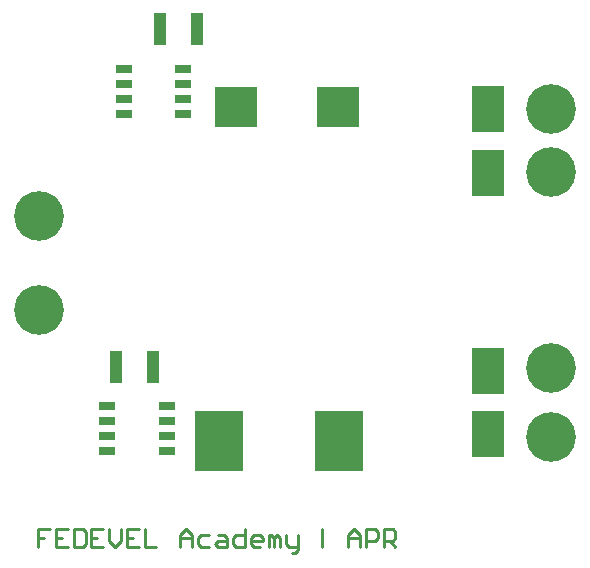
<source format=gts>
G04*
G04 #@! TF.GenerationSoftware,Altium Limited,Altium Designer,20.0.13 (296)*
G04*
G04 Layer_Color=8388736*
%FSLAX44Y44*%
%MOMM*%
G71*
G01*
G75*
%ADD18C,0.2500*%
%ADD19R,2.7532X3.9532*%
%ADD20R,4.0532X5.2032*%
%ADD21R,1.1032X2.7032*%
%ADD22R,1.3972X0.7622*%
%ADD23R,3.6422X3.4572*%
%ADD24C,4.2032*%
D18*
X39497Y34494D02*
X29500D01*
Y26996D01*
X34498D01*
X29500D01*
Y19498D01*
X54492Y34494D02*
X44495D01*
Y19498D01*
X54492D01*
X44495Y26996D02*
X49493D01*
X59490Y34494D02*
Y19498D01*
X66988D01*
X69487Y21997D01*
Y31994D01*
X66988Y34494D01*
X59490D01*
X84482D02*
X74485D01*
Y19498D01*
X84482D01*
X74485Y26996D02*
X79484D01*
X89480Y34494D02*
Y24497D01*
X94479Y19498D01*
X99477Y24497D01*
Y34494D01*
X114472D02*
X104476D01*
Y19498D01*
X114472D01*
X104476Y26996D02*
X109474D01*
X119471Y34494D02*
Y19498D01*
X129468D01*
X149461D02*
Y29495D01*
X154459Y34494D01*
X159458Y29495D01*
Y19498D01*
Y26996D01*
X149461D01*
X174453Y29495D02*
X166955D01*
X164456Y26996D01*
Y21997D01*
X166955Y19498D01*
X174453D01*
X181951Y29495D02*
X186949D01*
X189448Y26996D01*
Y19498D01*
X181951D01*
X179451Y21997D01*
X181951Y24497D01*
X189448D01*
X204443Y34494D02*
Y19498D01*
X196946D01*
X194447Y21997D01*
Y26996D01*
X196946Y29495D01*
X204443D01*
X216939Y19498D02*
X211941D01*
X209442Y21997D01*
Y26996D01*
X211941Y29495D01*
X216939D01*
X219438Y26996D01*
Y24497D01*
X209442D01*
X224437Y19498D02*
Y29495D01*
X226936D01*
X229435Y26996D01*
Y19498D01*
Y26996D01*
X231934Y29495D01*
X234434Y26996D01*
Y19498D01*
X239432Y29495D02*
Y21997D01*
X241931Y19498D01*
X249429D01*
Y16999D01*
X246930Y14500D01*
X244430D01*
X249429Y19498D02*
Y29495D01*
X269422Y34494D02*
Y19498D01*
X291915D02*
Y29495D01*
X296913Y34494D01*
X301912Y29495D01*
Y19498D01*
Y26996D01*
X291915D01*
X306910Y19498D02*
Y34494D01*
X314408D01*
X316907Y31994D01*
Y26996D01*
X314408Y24497D01*
X306910D01*
X321905Y19498D02*
Y34494D01*
X329403D01*
X331902Y31994D01*
Y26996D01*
X329403Y24497D01*
X321905D01*
X326904D02*
X331902Y19498D01*
D19*
X410000Y169000D02*
D03*
Y115000D02*
D03*
Y336000D02*
D03*
Y390000D02*
D03*
D20*
X283750Y109000D02*
D03*
X182250D02*
D03*
D21*
X163500Y458000D02*
D03*
X132500D02*
D03*
X95500Y172000D02*
D03*
X126500D02*
D03*
D22*
X138270Y100950D02*
D03*
Y113650D02*
D03*
Y126350D02*
D03*
Y139050D02*
D03*
X87730Y100950D02*
D03*
Y113650D02*
D03*
Y126350D02*
D03*
Y139050D02*
D03*
X152270Y385950D02*
D03*
Y398650D02*
D03*
Y411350D02*
D03*
Y424050D02*
D03*
X101730Y385950D02*
D03*
Y398650D02*
D03*
Y411350D02*
D03*
Y424050D02*
D03*
D23*
X196870Y392000D02*
D03*
X283130D02*
D03*
D24*
X464000Y171000D02*
D03*
X30000Y300000D02*
D03*
Y220000D02*
D03*
X464000Y113000D02*
D03*
Y390000D02*
D03*
Y337000D02*
D03*
M02*

</source>
